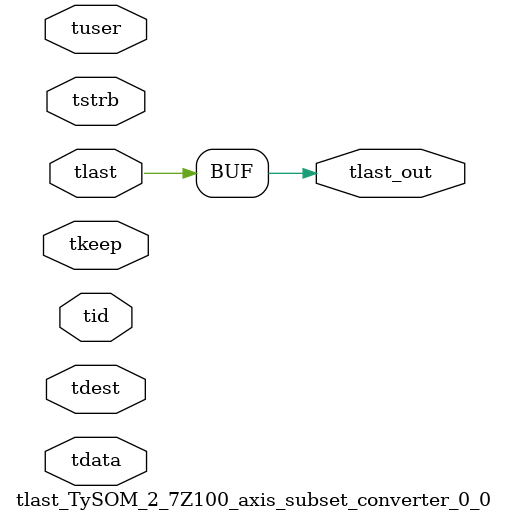
<source format=v>


`timescale 1ps/1ps

module tlast_TySOM_2_7Z100_axis_subset_converter_0_0 #
(
parameter C_S_AXIS_TID_WIDTH   = 1,
parameter C_S_AXIS_TUSER_WIDTH = 0,
parameter C_S_AXIS_TDATA_WIDTH = 0,
parameter C_S_AXIS_TDEST_WIDTH = 0
)
(
input  [(C_S_AXIS_TID_WIDTH   == 0 ? 1 : C_S_AXIS_TID_WIDTH)-1:0       ] tid,
input  [(C_S_AXIS_TDATA_WIDTH == 0 ? 1 : C_S_AXIS_TDATA_WIDTH)-1:0     ] tdata,
input  [(C_S_AXIS_TUSER_WIDTH == 0 ? 1 : C_S_AXIS_TUSER_WIDTH)-1:0     ] tuser,
input  [(C_S_AXIS_TDEST_WIDTH == 0 ? 1 : C_S_AXIS_TDEST_WIDTH)-1:0     ] tdest,
input  [(C_S_AXIS_TDATA_WIDTH/8)-1:0 ] tkeep,
input  [(C_S_AXIS_TDATA_WIDTH/8)-1:0 ] tstrb,
input  [0:0]                                                             tlast,
output                                                                   tlast_out
);

assign tlast_out = {tlast[0]};

endmodule


</source>
